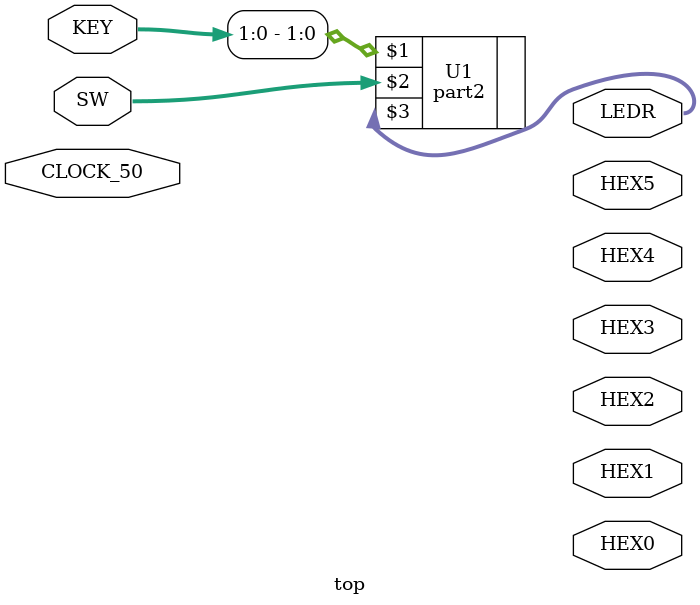
<source format=v>
module top (CLOCK_50, SW, KEY, HEX0, HEX1, HEX2, HEX3, HEX4, HEX5, LEDR);

    input CLOCK_50;             // DE-series 50 MHz clock signal
    input wire [9:0] SW;        // DE-series switches
    input wire [3:0] KEY;       // DE-series pushbuttons

    output wire [6:0] HEX0;     // DE-series HEX displays
    output wire [6:0] HEX1;
    output wire [6:0] HEX2;
    output wire [6:0] HEX3;
    output wire [6:0] HEX4;
    output wire [6:0] HEX5;

    output wire [9:0] LEDR;     // DE-series LEDs   

    part2 U1 (KEY[1:0], SW, LEDR);

endmodule

</source>
